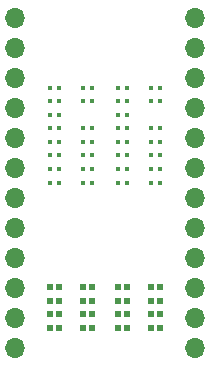
<source format=gbr>
%TF.GenerationSoftware,KiCad,Pcbnew,8.0.3+1*%
%TF.CreationDate,2024-06-24T22:52:21-04:00*%
%TF.ProjectId,RP2040_ZERO_REV,52503230-3430-45f5-9a45-524f5f524556,rev?*%
%TF.SameCoordinates,Original*%
%TF.FileFunction,Soldermask,Bot*%
%TF.FilePolarity,Negative*%
%FSLAX46Y46*%
G04 Gerber Fmt 4.6, Leading zero omitted, Abs format (unit mm)*
G04 Created by KiCad (PCBNEW 8.0.3+1) date 2024-06-24 22:52:21*
%MOMM*%
%LPD*%
G01*
G04 APERTURE LIST*
%ADD10R,0.500000X0.500000*%
%ADD11R,0.450000X0.450000*%
%ADD12R,0.400000X0.400000*%
%ADD13O,1.700000X1.700000*%
G04 APERTURE END LIST*
D10*
%TO.C,*%
X161140000Y-99510000D03*
%TD*%
%TO.C,*%
X161890000Y-97210000D03*
%TD*%
%TO.C,*%
X161890000Y-98360000D03*
%TD*%
D11*
%TO.C,*%
X163890000Y-84910000D03*
%TD*%
D10*
%TO.C,*%
X161890000Y-99510000D03*
%TD*%
D11*
%TO.C,*%
X155400000Y-86060000D03*
%TD*%
%TO.C,*%
X158900000Y-82610000D03*
%TD*%
%TO.C,*%
X155400000Y-87210000D03*
%TD*%
%TO.C,*%
X158900000Y-80310000D03*
%TD*%
%TO.C,*%
X155400000Y-79160000D03*
%TD*%
%TO.C,*%
X164640000Y-79160000D03*
%TD*%
%TO.C,*%
X161140000Y-79160000D03*
%TD*%
%TO.C,*%
X156150000Y-87210000D03*
%TD*%
%TO.C,*%
X158150000Y-82610000D03*
%TD*%
D12*
%TO.C,*%
X158150000Y-86060000D03*
%TD*%
D10*
%TO.C,*%
X155400000Y-96060000D03*
%TD*%
D11*
%TO.C,*%
X156150000Y-83760000D03*
%TD*%
%TO.C,*%
X161890000Y-80310000D03*
%TD*%
D10*
%TO.C,*%
X155400000Y-99510000D03*
%TD*%
%TO.C,*%
X158150000Y-96060000D03*
%TD*%
D11*
%TO.C,*%
X161140000Y-80310000D03*
%TD*%
%TO.C,*%
X161140000Y-87210000D03*
%TD*%
D10*
%TO.C,*%
X155400000Y-97210000D03*
%TD*%
D11*
%TO.C,*%
X155400000Y-82610000D03*
%TD*%
%TO.C,*%
X164640000Y-87210000D03*
%TD*%
%TO.C,*%
X158900000Y-79160000D03*
%TD*%
%TO.C,*%
X161140000Y-86060000D03*
%TD*%
%TO.C,*%
X156150000Y-86060000D03*
%TD*%
%TO.C,*%
X155400000Y-80310000D03*
%TD*%
%TO.C,*%
X161890000Y-81460000D03*
%TD*%
D10*
%TO.C,*%
X164640000Y-96060000D03*
%TD*%
D11*
%TO.C,*%
X161890000Y-82610000D03*
%TD*%
D10*
%TO.C,*%
X158150000Y-98360000D03*
%TD*%
D11*
%TO.C,*%
X156150000Y-80310000D03*
%TD*%
D10*
%TO.C,*%
X163890000Y-97210000D03*
%TD*%
D11*
%TO.C,*%
X164640000Y-84910000D03*
%TD*%
%TO.C,*%
X161890000Y-86060000D03*
%TD*%
%TO.C,*%
X155400000Y-81460000D03*
%TD*%
D10*
%TO.C,*%
X164640000Y-98360000D03*
%TD*%
D11*
%TO.C,*%
X156150000Y-84910000D03*
%TD*%
%TO.C,*%
X158150000Y-80310000D03*
%TD*%
D10*
%TO.C,*%
X158900000Y-96060000D03*
%TD*%
D12*
%TO.C,*%
X158900000Y-84910000D03*
%TD*%
D10*
%TO.C,*%
X163890000Y-96060000D03*
%TD*%
D11*
%TO.C,*%
X163890000Y-82610000D03*
%TD*%
D10*
%TO.C,*%
X156150000Y-99510000D03*
%TD*%
D12*
%TO.C,*%
X158150000Y-84910000D03*
%TD*%
D11*
%TO.C,*%
X164640000Y-83760000D03*
%TD*%
D10*
%TO.C,*%
X163890000Y-99510000D03*
%TD*%
D11*
%TO.C,*%
X161140000Y-83760000D03*
%TD*%
%TO.C,*%
X161890000Y-87210000D03*
%TD*%
%TO.C,*%
X156150000Y-82610000D03*
%TD*%
%TO.C,*%
X161890000Y-79160000D03*
%TD*%
D10*
%TO.C,*%
X161140000Y-96060000D03*
%TD*%
%TO.C,*%
X158150000Y-99510000D03*
%TD*%
%TO.C,*%
X156150000Y-96060000D03*
%TD*%
D11*
%TO.C,*%
X158900000Y-83760000D03*
%TD*%
D10*
%TO.C,*%
X161140000Y-97210000D03*
%TD*%
%TO.C,*%
X155400000Y-98360000D03*
%TD*%
%TO.C,*%
X156150000Y-97210000D03*
%TD*%
%TO.C,*%
X161890000Y-96060000D03*
%TD*%
D11*
%TO.C,*%
X161140000Y-84910000D03*
%TD*%
%TO.C,*%
X158150000Y-83760000D03*
%TD*%
%TO.C,*%
X163890000Y-83760000D03*
%TD*%
%TO.C,*%
X164640000Y-80310000D03*
%TD*%
%TO.C,*%
X163890000Y-79160000D03*
%TD*%
%TO.C,*%
X163890000Y-80310000D03*
%TD*%
%TO.C,*%
X163890000Y-87210000D03*
%TD*%
%TO.C,*%
X161140000Y-82610000D03*
%TD*%
D10*
%TO.C,*%
X164640000Y-97210000D03*
%TD*%
D11*
%TO.C,*%
X161890000Y-84910000D03*
%TD*%
%TO.C,*%
X158900000Y-87210000D03*
%TD*%
%TO.C,*%
X163890000Y-86060000D03*
%TD*%
%TO.C,*%
X164640000Y-82610000D03*
%TD*%
%TO.C,*%
X155400000Y-83760000D03*
%TD*%
D10*
%TO.C,*%
X158900000Y-99510000D03*
%TD*%
D11*
%TO.C,*%
X158150000Y-79160000D03*
%TD*%
%TO.C,*%
X161140000Y-81460000D03*
%TD*%
D10*
%TO.C,*%
X164640000Y-99510000D03*
%TD*%
%TO.C,*%
X156150000Y-98360000D03*
%TD*%
D11*
%TO.C,*%
X155400000Y-84910000D03*
%TD*%
D10*
%TO.C,*%
X158900000Y-97210000D03*
%TD*%
D11*
%TO.C,*%
X156150000Y-79160000D03*
%TD*%
D10*
%TO.C,*%
X163890000Y-98360000D03*
%TD*%
D11*
%TO.C,*%
X161890000Y-83760000D03*
%TD*%
%TO.C,*%
X164640000Y-86060000D03*
%TD*%
%TO.C,*%
X158150000Y-87210000D03*
%TD*%
%TO.C,*%
X156150000Y-81460000D03*
%TD*%
D10*
%TO.C,*%
X161140000Y-98360000D03*
%TD*%
%TO.C,*%
X158900000Y-98360000D03*
%TD*%
%TO.C,*%
X158150000Y-97210000D03*
%TD*%
D13*
%TO.C,*%
X152400000Y-91070000D03*
%TD*%
%TO.C,*%
X167640000Y-80910000D03*
%TD*%
%TO.C,*%
X152400000Y-80910000D03*
%TD*%
%TO.C,*%
X167640000Y-93610000D03*
%TD*%
%TO.C,*%
X152400000Y-83450000D03*
%TD*%
%TO.C,*%
X152400000Y-96150000D03*
%TD*%
%TO.C,*%
X167640000Y-75830000D03*
%TD*%
%TO.C,*%
X152400000Y-101230000D03*
%TD*%
%TO.C,*%
X152400000Y-93610000D03*
%TD*%
%TO.C,*%
X167640000Y-85990000D03*
%TD*%
%TO.C,*%
X152400000Y-78370000D03*
%TD*%
%TO.C,*%
X167640000Y-98690000D03*
%TD*%
%TO.C,*%
X152400000Y-75830000D03*
%TD*%
%TO.C,*%
X152400000Y-85990000D03*
%TD*%
%TO.C,*%
X152400000Y-73290000D03*
%TD*%
%TO.C,*%
X167640000Y-101230000D03*
%TD*%
%TO.C,*%
X167640000Y-73290000D03*
%TD*%
%TO.C,*%
X167640000Y-83450000D03*
%TD*%
%TO.C,*%
X152400000Y-98690000D03*
%TD*%
%TO.C,*%
X167640000Y-78370000D03*
%TD*%
%TO.C,*%
X167640000Y-91070000D03*
%TD*%
%TO.C,*%
X167640000Y-96150000D03*
%TD*%
%TO.C,*%
X152400000Y-88530000D03*
%TD*%
%TO.C,*%
X167640000Y-88530000D03*
%TD*%
D12*
%TO.C,*%
X158900000Y-86060000D03*
%TD*%
M02*

</source>
